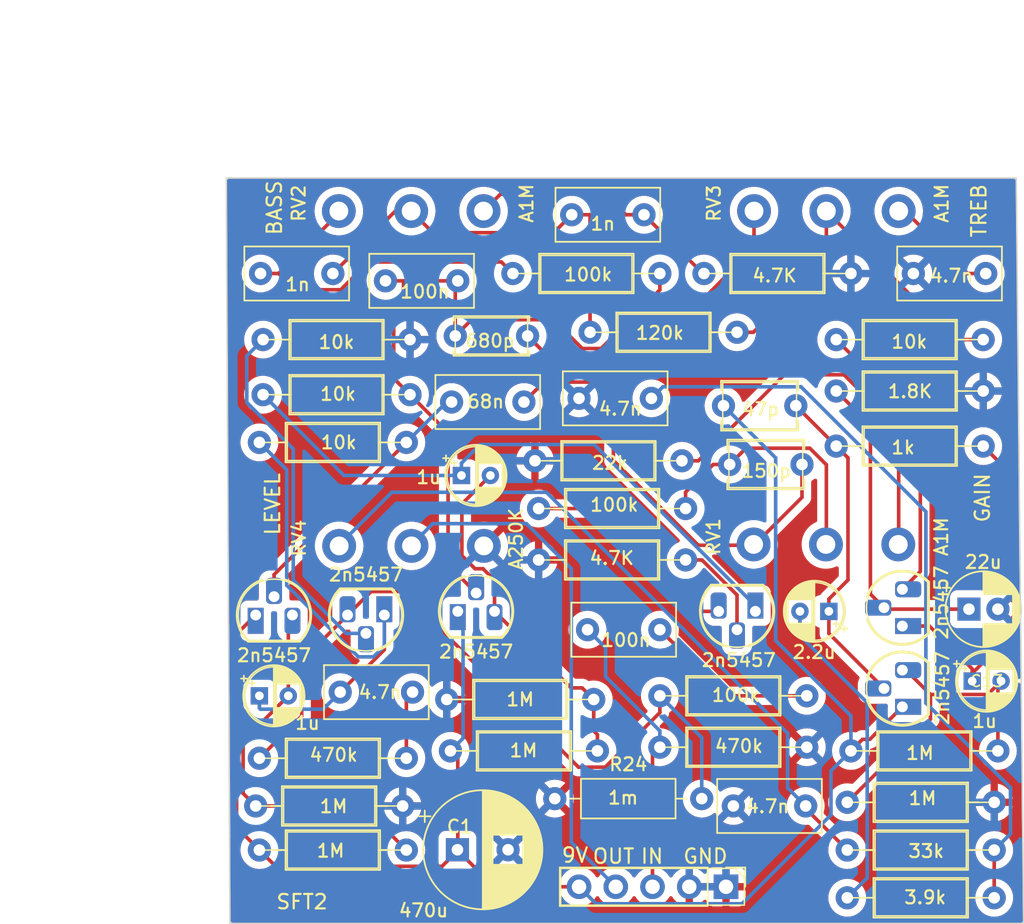
<source format=kicad_pcb>
(kicad_pcb (version 20221018) (generator pcbnew)
  (layers (0 "F.Cu" signal) (31 "B.Cu" signal) (34 "B.Paste" user) (35 "F.Paste" user) (36 "B.SilkS" user "B.Silkscreen") (37 "F.SilkS" user "F.Silkscreen") (38 "B.Mask" user) (39 "F.Mask" user) (44 "Edge.Cuts" user))
  (net 0 "")
  (net 1 "GND")
  (net 2 "+9V")
  (net 3 "IN")
  (net 4 "Net-(C2-Pad1)")
  (net 5 "Net-(Q2-D)")
  (net 6 "Net-(C4-Pad2)")
  (net 7 "Net-(C5-Pad1)")
  (net 8 "Net-(C6-Pad1)")
  (net 9 "Net-(Q1-G)")
  (net 10 "Net-(Q1-S)")
  (net 11 "Net-(C11-Pad2)")
  (net 12 "Net-(C9-Pad2)")
  (net 13 "Net-(C10-Pad1)")
  (net 14 "Net-(C10-Pad2)")
  (net 15 "Net-(C11-Pad1)")
  (net 16 "Net-(C12-Pad2)")
  (net 17 "Net-(Q4-D)")
  (net 18 "Net-(Q3-G)")
  (net 19 "Net-(Q3-S)")
  (net 20 "Net-(C15-Pad2)")
  (net 21 "Net-(Q6-D)")
  (net 22 "Net-(C17-Pad2)")
  (net 23 "Net-(C18-Pad2)")
  (net 24 "OUT")
  (net 25 "Net-(Q5-G)")
  (net 26 "Net-(Q5-S)")
  (net 27 "Net-(Q6-S)")
  (net 28 "Net-(Q2-S)")
  (net 29 "Net-(Q2-G)")
  (net 30 "Net-(R8-Pad1)")
  (net 31 "Net-(R16-Pad1)")
  (net 32 "Net-(Q4-S)")
  (net 33 "Net-(Q4-G)")
  (net 34 "Net-(Q6-G)")
  (footprint "Capacitor_THT:CP_Radial_D8.0mm_P3.50mm" (layer "F.Cu") (at 115.547349 96.5)
    (fp_text reference "C1")
    (fp_text value "470u")
  )
  (footprint "Capacitor_THT:C_Rect_L7.0mm_W3.5mm_P5.00mm" (layer "F.Cu") (at 129.54 81.28 180)
    (fp_text reference "C2" hide)
    (fp_text value "100n")
  )
  (footprint "Capacitor_THT:CP_Radial_D4.0mm_P2.00mm" (layer "F.Cu") (at 101.854 85.852)
    (fp_text reference "C3" hide)
    (fp_text value "1u")
  )
  (footprint "Capacitor_THT:C_Rect_L7.0mm_W3.5mm_P5.00mm" (layer "F.Cu") (at 107.442 85.598)
    (fp_text reference "C4" hide)
    (fp_text value "4.7n")
  )
  (footprint "Capacitor_THT:C_Rect_L7.0mm_W3.5mm_P5.00mm" (layer "F.Cu") (at 120.142 65.532 180)
    (fp_text reference "C5" hide)
    (fp_text value "68n")
  )
  (footprint "Capacitor_THT:C_Disc_D5.1mm_W3.2mm_P5.00mm" (layer "F.Cu") (at 134.366 69.85)
    (fp_text reference "C6" hide)
    (fp_text value "150p")
  )
  (footprint "Capacitor_THT:CP_Radial_D4.0mm_P2.00mm" (layer "F.Cu") (at 115.824 70.612)
    (fp_text reference "C7" hide)
    (fp_text value "1u")
  )
  (footprint "Capacitor_THT:C_Rect_L7.0mm_W3.5mm_P5.00mm" (layer "F.Cu") (at 115.57 57.15 180)
    (fp_text reference "C8" hide)
    (fp_text value "100n")
  )
  (footprint "Capacitor_THT:C_Rect_L7.0mm_W3.5mm_P5.00mm" (layer "F.Cu") (at 106.934 56.642 180)
    (fp_text reference "C9" hide)
    (fp_text value "1n")
  )
  (footprint "Capacitor_THT:C_Rect_L7.0mm_W3.5mm_P5.00mm" (layer "F.Cu") (at 123.444 52.578)
    (fp_text reference "C10" hide)
    (fp_text value "1n")
  )
  (footprint "Capacitor_THT:C_Rect_L7.0mm_W3.5mm_P5.00mm" (layer "F.Cu") (at 147.066 56.642)
    (fp_text reference "C12" hide)
    (fp_text value "4.7n")
  )
  (footprint "Capacitor_THT:CP_Radial_D4.0mm_P2.00mm" (layer "F.Cu") (at 151.13 84.836)
    (fp_text reference "C13" hide)
    (fp_text value "1u")
  )
  (footprint "Capacitor_THT:C_Disc_D5.1mm_W3.2mm_P5.00mm" (layer "F.Cu") (at 138.938 65.786 180)
    (fp_text reference "C14" hide)
    (fp_text value "47p")
  )
  (footprint "Capacitor_THT:CP_Radial_D5.0mm_P2.00mm" (layer "F.Cu") (at 150.908 79.8576)
    (fp_text reference "C16" hide)
    (fp_text value "22u")
  )
  (footprint "Capacitor_THT:C_Rect_L7.0mm_W3.5mm_P5.00mm" (layer "F.Cu") (at 123.952 65.278)
    (fp_text reference "C17" hide)
    (fp_text value "4.7n")
  )
  (footprint "Capacitor_THT:C_Rect_L7.0mm_W3.5mm_P5.00mm" (layer "F.Cu") (at 134.62 93.472)
    (fp_text reference "C18" hide)
    (fp_text value "4.7n")
  )
  (footprint "Connector_PinHeader_2.54mm:PinHeader_1x05_P2.54mm_Vertical" (layer "F.Cu") (at 134.112 99.06 -90)
    (fp_text reference "J1" hide)
    (fp_text value "Conn_01x05" hide)
  )
  (footprint "Package_TO_SOT_THT:TO-92_HandSolder" (layer "F.Cu") (at 101.6 80.264)
    (fp_text reference "Q1" hide)
    (fp_text value "2n5457")
  )
  (footprint "Package_TO_SOT_THT:TO-92_HandSolder" (layer "F.Cu") (at 110.49 80.264 180)
    (fp_text reference "Q2" hide)
    (fp_text value "2n5457")
  )
  (footprint "Package_TO_SOT_THT:TO-92_HandSolder" (layer "F.Cu") (at 115.57 80.01)
    (fp_text reference "Q3" hide)
    (fp_text value "2n5457")
  )
  (footprint "Package_TO_SOT_THT:TO-92_HandSolder" (layer "F.Cu") (at 136.144 80.01 180)
    (fp_text reference "Q4" hide)
    (fp_text value "2n5457")
  )
  (footprint "Package_TO_SOT_THT:TO-92_HandSolder" (layer "F.Cu") (at 146.304 86.614 90)
    (fp_text reference "Q5" hide)
    (fp_text value "2n5457")
  )
  (footprint "Resistor_THT:R_Axial_DIN0207_L6.3mm_D2.5mm_P10.16mm_Horizontal" (layer "F.Cu") (at 139.7 89.408 180)
    (fp_text reference "R1" hide)
    (fp_text value "470k")
  )
  (footprint "Resistor_THT:R_Axial_DIN0207_L6.3mm_D2.5mm_P10.16mm_Horizontal" (layer "F.Cu") (at 101.854 96.52)
    (fp_text reference "R2" hide)
    (fp_text value "1M")
  )
  (footprint "Resistor_THT:R_Axial_DIN0207_L6.3mm_D2.5mm_P10.16mm_Horizontal" (layer "F.Cu") (at 101.6 93.472)
    (fp_text reference "R3" hide)
    (fp_text value "1M")
  )
  (footprint "Resistor_THT:R_Axial_DIN0207_L6.3mm_D2.5mm_P10.16mm_Horizontal" (layer "F.Cu") (at 139.7 85.852 180)
    (fp_text reference "R4" hide)
    (fp_text value "100k")
  )
  (footprint "Resistor_THT:R_Axial_DIN0207_L6.3mm_D2.5mm_P10.16mm_Horizontal" (layer "F.Cu") (at 101.854 90.17)
    (fp_text reference "R5" hide)
    (fp_text value "470k")
  )
  (footprint "Resistor_THT:R_Axial_DIN0207_L6.3mm_D2.5mm_P10.16mm_Horizontal" (layer "F.Cu") (at 112.014 68.326 180)
    (fp_text reference "R6" hide)
    (fp_text value "10k")
  )
  (footprint "Resistor_THT:R_Axial_DIN0207_L6.3mm_D2.5mm_P10.16mm_Horizontal" (layer "F.Cu") (at 131.064 69.596 180)
    (fp_text reference "R8" hide)
    (fp_text value "22k")
  )
  (footprint "Resistor_THT:R_Axial_DIN0207_L6.3mm_D2.5mm_P10.16mm_Horizontal" (layer "F.Cu") (at 115.062 89.662)
    (fp_text reference "R9" hide)
    (fp_text value "1M")
  )
  (footprint "Resistor_THT:R_Axial_DIN0207_L6.3mm_D2.5mm_P10.16mm_Horizontal" (layer "F.Cu") (at 124.968 86.106 180)
    (fp_text reference "R10" hide)
    (fp_text value "1M")
  )
  (footprint "Resistor_THT:R_Axial_DIN0207_L6.3mm_D2.5mm_P10.16mm_Horizontal" (layer "F.Cu") (at 131.318 72.898 180)
    (fp_text reference "R11" hide)
    (fp_text value "100k")
  )
  (footprint "Resistor_THT:R_Axial_DIN0207_L6.3mm_D2.5mm_P10.16mm_Horizontal" (layer "F.Cu") (at 112.268 65.024 180)
    (fp_text reference "R12" hide)
    (fp_text value "10k")
  )
  (footprint "Resistor_THT:R_Axial_DIN0207_L6.3mm_D2.5mm_P10.16mm_Horizontal" (layer "F.Cu") (at 131.318 76.454 180)
    (fp_text reference "R13" hide)
    (fp_text value "4.7K")
  )
  (footprint "Resistor_THT:R_Axial_DIN0207_L6.3mm_D2.5mm_P10.16mm_Horizontal" (layer "F.Cu") (at 129.54 56.642 180)
    (fp_text reference "R14" hide)
    (fp_text value "100k")
  )
  (footprint "Resistor_THT:R_Axial_DIN0207_L6.3mm_D2.5mm_P10.16mm_Horizontal" (layer "F.Cu") (at 132.588 56.642)
    (fp_text reference "R15" hide)
    (fp_text value "4.7K")
  )
  (footprint "Resistor_THT:R_Axial_DIN0207_L6.3mm_D2.5mm_P10.16mm_Horizontal" (layer "F.Cu") (at 134.874 60.706 180)
    (fp_text reference "R16" hide)
    (fp_text value "120k")
  )
  (footprint "Resistor_THT:R_Axial_DIN0207_L6.3mm_D2.5mm_P10.16mm_Horizontal" (layer "F.Cu") (at 142.748 89.662)
    (fp_text reference "R17" hide)
    (fp_text value "1M")
  )
  (footprint "Resistor_THT:R_Axial_DIN0207_L6.3mm_D2.5mm_P10.16mm_Horizontal" (layer "F.Cu") (at 142.494 93.218)
    (fp_text reference "R18" hide)
    (fp_text value "1M")
  )
  (footprint "Resistor_THT:R_Axial_DIN0207_L6.3mm_D2.5mm_P10.16mm_Horizontal" (layer "F.Cu") (at 141.732 61.214)
    (fp_text reference "R19" hide)
    (fp_text value "10k")
  )
  (footprint "Resistor_THT:R_Axial_DIN0207_L6.3mm_D2.5mm_P10.16mm_Horizontal" (layer "F.Cu") (at 141.732 68.58)
    (fp_text reference "R20" hide)
    (fp_text value "1k")
  )
  (footprint "Resistor_THT:R_Axial_DIN0207_L6.3mm_D2.5mm_P10.16mm_Horizontal" (layer "F.Cu") (at 141.732 64.77)
    (fp_text reference "R21" hide)
    (fp_text value "1.8K")
  )
  (footprint "Resistor_THT:R_Axial_DIN0207_L6.3mm_D2.5mm_P10.16mm_Horizontal" (layer "F.Cu") (at 152.654 99.822 180)
    (fp_text reference "R22" hide)
    (fp_text value "3.9k")
  )
  (footprint "Resistor_THT:R_Axial_DIN0207_L6.3mm_D2.5mm_P10.16mm_Horizontal" (layer "F.Cu") (at 142.494 96.52)
    (fp_text reference "R23" hide)
    (fp_text value "33k")
  )
  (footprint "pedals:Pot_Underside" (layer "F.Cu") (at 146.0208 75.3812 90)
    (fp_text reference "RV1")
    (fp_text value "A1M")
  )
  (footprint "pedals:Pot_Underside" (layer "F.Cu") (at 117.348 52.324 90)
    (fp_text reference "RV2")
    (fp_text value "A1M")
  )
  (footprint "pedals:Pot_Underside" (layer "F.Cu") (at 146.05 52.324 90)
    (fp_text reference "RV3")
    (fp_text value "A1M")
  )
  (footprint "pedals:Pot_Underside" (layer "F.Cu") (at 117.3696 75.4828 90)
    (fp_text reference "RV4")
    (fp_text value "A250K")
  )
  (footprint "Package_TO_SOT_THT:TO-92_HandSolder" (layer "F.Cu") (at 146.304 81.026 90)
    (fp_text reference "Q6" hide)
    (fp_text value "2n5457")
  )
  (footprint "Capacitor_THT:CP_Radial_D4.0mm_P2.00mm" (layer "F.Cu") (at 141.224 80.01 180)
    (fp_text reference "C15" hide)
    (fp_text value "2.2u")
  )
  (footprint "Resistor_THT:R_Axial_DIN0207_L6.3mm_D2.5mm_P10.16mm_Horizontal" (layer "F.Cu") (at 102.108 61.214)
    (fp_text reference "R7" hide)
    (fp_text value "10k")
  )
  (footprint "Capacitor_THT:C_Disc_D5.0mm_W2.5mm_P5.00mm" (layer "F.Cu") (at 120.396 60.96 180)
    (fp_text reference "C11" hide)
    (fp_text value "680p")
  )
  (footprint "Resistor_THT:R_Axial_DIN0207_L6.3mm_D2.5mm_P10.16mm_Horizontal" (layer "F.Cu") (at 122.2756 92.964)
    (fp_text reference "R24")
    (fp_text value "1m")
  )
  (gr_line (start 99.822 50.038) (end 100.076 50.038) (stroke (width 0.1)) (layer "Edge.Cuts"))
  (gr_line (start 99.822 101.6) (end 100.076 101.6) (stroke (width 0.1)) (layer "Edge.Cuts"))
  (gr_line (start 99.568 50.038) (end 99.822 50.038) (stroke (width 0.1)) (layer "Edge.Cuts"))
  (gr_line (start 154.178 50.038) (end 154.686 101.6) (stroke (width 0.1)) (layer "Edge.Cuts"))
  (gr_line (start 99.822 101.6) (end 99.568 50.038) (stroke (width 0.1)) (layer "Edge.Cuts"))
  (gr_line (start 100.076 50.038) (end 154.178 50.038) (stroke (width 0.1)) (layer "Edge.Cuts"))
  (gr_line (start 154.686 101.6) (end 100.076 101.6) (stroke (width 0.1)) (layer "Edge.Cuts"))
  (gr_text "GAIN\n" (at 151.8412 72.1614 90) (layer "F.SilkS") (effects (font (size 1 1))))
  (gr_text "SFT2" (at 104.8004 100.1014) (layer "F.SilkS") (effects (font (size 1 1))))
  (gr_text "9V\n" (at 123.6726 96.8756) (layer "F.SilkS") (effects (font (size 1 1))))
  (gr_text "BASS" (at 102.8954 52.0954 90) (layer "F.SilkS") (effects (font (size 1 1))))
  (gr_text "OUT" (at 126.3396 96.9518) (layer "F.SilkS") (effects (font (size 1 1))))
  (gr_text "GND" (at 132.6896 96.9518) (layer "F.SilkS") (effects (font (size 1 1))))
  (gr_text "LEVEL\n" (at 102.7684 72.5932 90) (layer "F.SilkS") (effects (font (size 1 1))))
  (gr_text "IN" (at 129 96.95) (layer "F.SilkS") (effects (font (size 1 1))))
  (gr_text "TREB" (at 151.6 52.3 90) (layer "F.SilkS") (effects (font (size 1 1))))
  (segment (start 139.7 89.642) (end 139.7 89.408) (width 0.25) (layer "F.Cu") (net 1))
  (segment (start 100.278989 94.944989) (end 101.054001 95.720001) (width 0.25) (layer "F.Cu") (net 2))
  (segment (start 144.055999 88.862001) (end 146.304 86.614) (width 0.25) (layer "F.Cu") (net 2))
  (segment (start 115.933001 80.373001) (end 115.57 80.01) (width 0.25) (layer "F.Cu") (net 2))
  (segment (start 114.478999 97.645001) (end 115.57 96.554) (width 0.25) (layer "F.Cu") (net 2))
  (segment (start 100.278989 81.585011) (end 100.278989 94.944989) (width 0.25) (layer "F.Cu") (net 2))
  (segment (start 142.748 89.662) (end 143.547999 88.862001) (width 0.25) (layer "F.Cu") (net 2))
  (segment (start 101.6 80.264) (end 100.278989 81.585011) (width 0.25) (layer "F.Cu") (net 2))
  (segment (start 101.854 96.52) (end 102.979001 97.645001) (width 0.25) (layer "F.Cu") (net 2))
  (segment (start 102.979001 97.645001) (end 114.478999 97.645001) (width 0.25) (layer "F.Cu") (net 2))
  (segment (start 101.054001 95.720001) (end 101.854 96.52) (width 0.25) (layer "F.Cu") (net 2))
  (segment (start 115.57 96.554) (end 115.57 95.504) (width 0.25) (layer "F.Cu") (net 2))
  (segment (start 115.57 95.504) (end 115.57 90.17) (width 0.25) (layer "F.Cu") (net 2))
  (segment (start 143.547999 88.862001) (end 144.055999 88.862001) (width 0.25) (layer "F.Cu") (net 2))
  (segment (start 115.57 90.17) (end 115.062 89.662) (width 0.25) (layer "F.Cu") (net 2))
  (segment (start 118.076 99.06) (end 115.57 96.554) (width 0.25) (layer "F.Cu") (net 2))
  (segment (start 123.952 99.06) (end 118.076 99.06) (width 0.25) (layer "F.Cu") (net 2))
  (segment (start 137.545001 82.031999) (end 137.545001 69.393001) (width 0.25) (layer "B.Cu") (net 2))
  (segment (start 142.748 87.234998) (end 137.545001 82.031999) (width 0.25) (layer "B.Cu") (net 2))
  (segment (start 135.222001 100.235001) (end 141.368999 94.088003) (width 0.25) (layer "B.Cu") (net 2))
  (segment (start 125.127001 100.235001) (end 135.222001 100.235001) (width 0.25) (layer "B.Cu") (net 2))
  (segment (start 123.952 99.06) (end 125.127001 100.235001) (width 0.25) (layer "B.Cu") (net 2))
  (segment (start 134.737999 66.585999) (end 133.938 65.786) (width 0.25) (layer "B.Cu") (net 2))
  (segment (start 115.933001 80.373001) (end 115.57 80.01) (width 0.25) (layer "B.Cu") (net 2))
  (segment (start 115.062 89.662) (end 115.933001 88.790999) (width 0.25) (layer "B.Cu") (net 2))
  (segment (start 141.948001 90.461999) (end 142.748 89.662) (width 0.25) (layer "B.Cu") (net 2))
  (segment (start 141.368999 91.041001) (end 141.948001 90.461999) (width 0.25) (layer "B.Cu") (net 2))
  (segment (start 142.748 89.662) (end 142.748 87.234998) (width 0.25) (layer "B.Cu") (net 2))
  (segment (start 137.545001 69.393001) (end 134.737999 66.585999) (width 0.25) (layer "B.Cu") (net 2))
  (segment (start 141.368999 94.088003) (end 141.368999 91.041001) (width 0.25) (layer "B.Cu") (net 2))
  (segment (start 115.933001 88.790999) (end 115.933001 80.373001) (width 0.25) (layer "B.Cu") (net 2))
  (segment (start 129.032 89.916) (end 129.54 89.408) (width 0.25) (layer "F.Cu") (net 3))
  (segment (start 129.032 99.06) (end 129.032 89.916) (width 0.25) (layer "F.Cu") (net 3))
  (segment (start 125.79 82.53) (end 124.54 81.28) (width 0.25) (layer "B.Cu") (net 3))
  (segment (start 125.79 84.52663) (end 125.79 82.53) (width 0.25) (layer "B.Cu") (net 3))
  (segment (start 129.54 89.408) (end 129.54 88.27663) (width 0.25) (layer "B.Cu") (net 3))
  (segment (start 129.54 88.27663) (end 125.79 84.52663) (width 0.25) (layer "B.Cu") (net 3))
  (segment (start 134.112 85.852) (end 129.54 81.28) (width 0.25) (layer "F.Cu") (net 4))
  (segment (start 139.7 85.852) (end 134.112 85.852) (width 0.25) (layer "F.Cu") (net 4))
  (segment (start 108.57337 84.46663) (end 108.692 84.46663) (width 0.25) (layer "F.Cu") (net 5))
  (segment (start 110.49 82.66863) (end 110.49 80.264) (width 0.25) (layer "F.Cu") (net 5))
  (segment (start 108.692 84.46663) (end 110.49 82.66863) (width 0.25) (layer "F.Cu") (net 5))
  (segment (start 107.442 85.598) (end 108.57337 84.46663) (width 0.25) (layer "F.Cu") (net 5))
  (segment (start 109.743534 83.15901) (end 108.696466 83.15901) (width 0.25) (layer "B.Cu") (net 5))
  (segment (start 102.653999 69.125999) (end 101.854 68.326) (width 0.25) (layer "B.Cu") (net 5))
  (segment (start 103.74501 70.21701) (end 102.653999 69.125999) (width 0.25) (layer "B.Cu") (net 5))
  (segment (start 110.49 82.412544) (end 109.743534 83.15901) (width 0.25) (layer "B.Cu") (net 5))
  (segment (start 101.854 85.852) (end 101.854 86.702) (width 0.25) (layer "B.Cu") (net 5))
  (segment (start 101.929001 86.777001) (end 106.262999 86.777001) (width 0.25) (layer "B.Cu") (net 5))
  (segment (start 106.262999 86.777001) (end 106.642001 86.397999) (width 0.25) (layer "B.Cu") (net 5))
  (segment (start 108.696466 83.15901) (end 103.74501 78.207554) (width 0.25) (layer "B.Cu") (net 5))
  (segment (start 110.49 80.264) (end 110.49 82.412544) (width 0.25) (layer "B.Cu") (net 5))
  (segment (start 103.74501 78.207554) (end 103.74501 70.21701) (width 0.25) (layer "B.Cu") (net 5))
  (segment (start 101.854 86.702) (end 101.929001 86.777001) (width 0.25) (layer "B.Cu") (net 5))
  (segment (start 106.642001 86.397999) (end 107.442 85.598) (width 0.25) (layer "B.Cu") (net 5))
  (segment (start 112.014 86.026) (end 112.442 85.598) (width 0.25) (layer "F.Cu") (net 6))
  (segment (start 112.014 90.17) (end 112.014 86.026) (width 0.25) (layer "F.Cu") (net 6))
  (segment (start 136.05 75.438) (end 132.192998 75.438) (width 0.25) (layer "F.Cu") (net 7))
  (segment (start 136.05 75.438) (end 139.366 72.122) (width 0.25) (layer "F.Cu") (net 7))
  (segment (start 139.366 72.122) (end 139.366 69.85) (width 0.25) (layer "F.Cu") (net 7))
  (segment (start 120.941999 64.732001) (end 120.142 65.532) (width 0.25) (layer "F.Cu") (net 7))
  (segment (start 121.521001 64.152999) (end 120.941999 64.732001) (width 0.25) (layer "F.Cu") (net 7))
  (segment (start 126.327001 69.572003) (end 126.327001 64.737999) (width 0.25) (layer "F.Cu") (net 7))
  (segment (start 132.192998 75.438) (end 126.327001 69.572003) (width 0.25) (layer "F.Cu") (net 7))
  (segment (start 126.327001 64.737999) (end 125.742001 64.152999) (width 0.25) (layer "F.Cu") (net 7))
  (segment (start 125.742001 64.152999) (end 121.521001 64.152999) (width 0.25) (layer "F.Cu") (net 7))
  (segment (start 131.318 71.76663) (end 133.23463 69.85) (width 0.25) (layer "F.Cu") (net 8))
  (segment (start 131.318 72.898) (end 131.318 71.76663) (width 0.25) (layer "F.Cu") (net 8))
  (segment (start 141.05 69.868998) (end 139.906001 68.724999) (width 0.25) (layer "F.Cu") (net 8))
  (segment (start 141.05 75.438) (end 141.05 69.868998) (width 0.25) (layer "F.Cu") (net 8))
  (segment (start 135.491001 68.724999) (end 135.165999 69.050001) (width 0.25) (layer "F.Cu") (net 8))
  (segment (start 135.165999 69.050001) (end 134.366 69.85) (width 0.25) (layer "F.Cu") (net 8))
  (segment (start 139.906001 68.724999) (end 135.491001 68.724999) (width 0.25) (layer "F.Cu") (net 8))
  (segment (start 133.23463 69.85) (end 134.366 69.85) (width 0.25) (layer "F.Cu") (net 8))
  (segment (start 100.728999 88.977001) (end 103.254001 86.451999) (width 0.25) (layer "F.Cu") (net 9))
  (segment (start 108.966 93.472) (end 101.6 93.472) (width 0.25) (layer "F.Cu") (net 9))
  (segment (start 103.254001 86.451999) (end 103.854 85.852) (width 0.25) (layer "F.Cu") (net 9))
  (segment (start 100.728999 92.600999) (end 100.728999 88.977001) (width 0.25) (layer "F.Cu") (net 9))
  (segment (start 101.6 93.472) (end 100.728999 92.600999) (width 0.25) (layer "F.Cu") (net 9))
  (segment (start 103.854 80.55) (end 104.14 80.264) (width 0.25) (layer "F.Cu") (net 9))
  (segment (start 112.014 96.52) (end 108.966 93.472) (width 0.25) (layer "F.Cu") (net 9))
  (segment (start 103.854 85.852) (end 103.854 80.55) (width 0.25) (layer "F.Cu") (net 9))
  (segment (start 102.87 78.994) (end 102.87 77.47) (width 0.25) (layer "F.Cu") (net 10))
  (segment (start 114.808 65.532) (end 115.142 65.532) (width 0.25) (layer "F.Cu") (net 10))
  (segment (start 102.87 77.47) (end 112.014 68.326) (width 0.25) (layer "F.Cu") (net 10))
  (segment (start 114.808 65.532) (end 115.142 65.532) (width 0.25) (layer "B.Cu") (net 10))
  (segment (start 112.014 68.326) (end 114.808 65.532) (width 0.25) (layer "B.Cu") (net 10))
  (segment (start 115.396 60.96) (end 116.521001 59.834999) (width 0.25) (layer "F.Cu") (net 11))
  (segment (start 115.396 60.96) (end 115.396 57.324) (width 0.25) (layer "F.Cu") (net 11))
  (segment (start 116.521001 59.834999) (end 122.177997 59.834999) (width 0.25) (layer "F.Cu") (net 11))
  (segment (start 124.173999 61.831001) (end 125.482369 61.831001) (width 0.25) (layer "F.Cu") (net 11))
  (segment (start 122.177997 59.834999) (end 124.173999 61.831001) (width 0.25) (layer "F.Cu") (net 11))
  (segment (start 115.57 57.15) (end 114.32 57.15) (width 0.25) (layer "F.Cu") (net 11))
  (segment (start 125.482369 61.831001) (end 129.54 57.77337) (width 0.25) (layer "F.Cu") (net 11))
  (segment (start 129.54 57.77337) (end 129.54 56.642) (width 0.25) (layer "F.Cu") (net 11))
  (segment (start 115.396 57.324) (end 115.57 57.15) (width 0.25) (layer "F.Cu") (net 11))
  (segment (start 103.983999 57.441999) (end 103.184 56.642) (width 0.25) (layer "F.Cu") (net 12))
  (segment (start 103.184 56.642) (end 107.348 52.478) (width 0.25) (layer "F.Cu") (net 12))
  (segment (start 107.348 52.478) (end 107.348 52.324) (width 0.25) (layer "F.Cu") (net 12))
  (segment (start 118.580001 55.842001) (end 109.399001 55.842001) (width 0.25) (layer "F.Cu") (net 12))
  (segment (start 119.38 56.642) (end 118.580001 55.842001) (width 0.25) (layer "F.Cu") (net 12))
  (segment (start 104.309001 57.767001) (end 103.983999 57.441999) (width 0.25) (layer "F.Cu") (net 12))
  (segment (start 107.474001 57.767001) (end 104.309001 57.767001) (width 0.25) (layer "F.Cu") (net 12))
  (segment (start 101.934 56.642) (end 103.184 56.642) (width 0.25) (layer "F.Cu") (net 12))
  (segment (start 109.399001 55.842001) (end 107.474001 57.767001) (width 0.25) (layer "F.Cu") (net 12))
  (segment (start 113.843001 53.819001) (end 113.517999 53.493999) (width 0.25) (layer "F.Cu") (net 13))
  (segment (start 106.934 56.642) (end 111.252 52.324) (width 0.25) (layer "F.Cu") (net 13))
  (segment (start 124.714 60.706) (end 124.714 52.598) (width 0.25) (layer "F.Cu") (net 13))
  (segment (start 113.517999 53.493999) (end 112.348 52.324) (width 0.25) (layer "F.Cu") (net 13))
  (segment (start 111.252 52.324) (end 112.348 52.324) (width 0.25) (layer "F.Cu") (net 13))
  (segment (start 124.694 52.578) (end 123.444 52.578) (width 0.25) (layer "F.Cu") (net 13))
  (segment (start 124.714 52.598) (end 124.694 52.578) (width 0.25) (layer "F.Cu") (net 13))
  (segment (start 123.444 52.578) (end 122.202999 53.819001) (width 0.25) (layer "F.Cu") (net 13))
  (segment (start 122.202999 53.819001) (end 113.843001 53.819001) (width 0.25) (layer "F.Cu") (net 13))
  (segment (start 127.194 52.578) (end 128.444 52.578) (width 0.25) (layer "F.Cu") (net 14))
  (segment (start 127.194 52.578) (end 125.770001 51.154001) (width 0.25) (layer "F.Cu") (net 14))
  (segment (start 125.770001 51.154001) (end 118.517999 51.154001) (width 0.25) (layer "F.Cu") (net 14))
  (segment (start 118.517999 51.154001) (end 117.348 52.324) (width 0.25) (layer "F.Cu") (net 14))
  (segment (start 132.508 56.642) (end 132.588 56.642) (width 0.25) (layer "F.Cu") (net 14))
  (segment (start 128.444 52.578) (end 132.508 56.642) (width 0.25) (layer "F.Cu") (net 14))
  (segment (start 129.064001 61.831001) (end 129.54 61.468) (width 0.25) (layer "F.Cu") (net 15))
  (segment (start 128.726989 62.281011) (end 129.54 61.468) (width 0.25) (layer "F.Cu") (net 15))
  (segment (start 136.05 54.845002) (end 136.05 53.978629) (width 0.25) (layer "F.Cu") (net 15))
  (segment (start 121.717011 62.281011) (end 128.726989 62.281011) (width 0.25) (layer "F.Cu") (net 15))
  (segment (start 120.396 60.96) (end 121.267001 61.831001) (width 0.25) (layer "F.Cu") (net 15))
  (segment (start 129.54 61.468) (end 136.05 54.845002) (width 0.25) (layer "F.Cu") (net 15))
  (segment (start 136.05 53.978629) (end 136.05 52.324) (width 0.25) (layer "F.Cu") (net 15))
  (segment (start 120.396 60.96) (end 121.717011 62.281011) (width 0.25) (layer "F.Cu") (net 15))
  (segment (start 146.498 52.324) (end 146.05 52.324) (width 0.25) (layer "F.Cu") (net 16))
  (segment (start 150.816 56.642) (end 152.066 56.642) (width 0.25) (layer "F.Cu") (net 16))
  (segment (start 150.816 56.642) (end 146.498 52.324) (width 0.25) (layer "F.Cu") (net 16))
  (segment (start 117.115001 68.470999) (end 115.824 69.762) (width 0.25) (layer "B.Cu") (net 17))
  (segment (start 107.696 70.612) (end 115.824 70.612) (width 0.25) (layer "B.Cu") (net 17))
  (segment (start 102.108 65.024) (end 107.696 70.612) (width 0.25) (layer "B.Cu") (net 17))
  (segment (start 115.824 69.762) (end 115.824 70.612) (width 0.25) (layer "B.Cu") (net 17))
  (segment (start 125.000001 68.470999) (end 117.115001 68.470999) (width 0.25) (layer "B.Cu") (net 17))
  (segment (start 136.144 80.01) (end 136.144 79.614998) (width 0.25) (layer "B.Cu") (net 17))
  (segment (start 136.144 79.614998) (end 125.000001 68.470999) (width 0.25) (layer "B.Cu") (net 17))
  (segment (start 124.968 88.27663) (end 124.968 87.23737) (width 0.25) (layer "F.Cu") (net 18))
  (segment (start 115.852999 76.155601) (end 115.852999 72.583001) (width 0.25) (layer "F.Cu") (net 18))
  (segment (start 123.406001 85.306001) (end 118.11 80.01) (width 0.25) (layer "F.Cu") (net 18))
  (segment (start 124.968 86.106) (end 124.168001 85.306001) (width 0.25) (layer "F.Cu") (net 18))
  (segment (start 125.222 88.53063) (end 124.968 88.27663) (width 0.25) (layer "F.Cu") (net 18))
  (segment (start 118.11 77.861456) (end 117.312144 77.0636) (width 0.25) (layer "F.Cu") (net 18))
  (segment (start 118.11 80.01) (end 118.11 77.861456) (width 0.25) (layer "F.Cu") (net 18))
  (segment (start 125.222 89.662) (end 125.222 88.53063) (width 0.25) (layer "F.Cu") (net 18))
  (segment (start 116.760998 77.0636) (end 115.852999 76.155601) (width 0.25) (layer "F.Cu") (net 18))
  (segment (start 115.852999 72.583001) (end 117.824 70.612) (width 0.25) (layer "F.Cu") (net 18))
  (segment (start 117.312144 77.0636) (end 116.760998 77.0636) (width 0.25) (layer "F.Cu") (net 18))
  (segment (start 124.168001 85.306001) (end 123.406001 85.306001) (width 0.25) (layer "F.Cu") (net 18))
  (segment (start 124.968 87.23737) (end 124.968 86.106) (width 0.25) (layer "F.Cu") (net 18))
  (segment (start 111.82 58.28137) (end 111.142999 58.958371) (width 0.25) (layer "F.Cu") (net 19))
  (segment (start 111.82 57.15) (end 111.82 58.28137) (width 0.25) (layer "F.Cu") (net 19))
  (segment (start 114.898999 67.654999) (end 113.067999 65.823999) (width 0.25) (layer "F.Cu") (net 19))
  (segment (start 110.57 57.15) (end 111.82 57.15) (width 0.25) (layer "F.Cu") (net 19))
  (segment (start 111.142999 58.958371) (end 111.142999 63.898999) (width 0.25) (layer "F.Cu") (net 19))
  (segment (start 111.142999 63.898999) (end 111.468001 64.224001) (width 0.25) (layer "F.Cu") (net 19))
  (segment (start 111.468001 64.224001) (end 112.268 65.024) (width 0.25) (layer "F.Cu") (net 19))
  (segment (start 113.067999 65.823999) (end 112.268 65.024) (width 0.25) (layer "F.Cu") (net 19))
  (segment (start 114.898999 76.798999) (end 114.898999 67.654999) (width 0.25) (layer "F.Cu") (net 19))
  (segment (start 116.84 78.74) (end 114.898999 76.798999) (width 0.25) (layer "F.Cu") (net 19))
  (segment (start 143.873001 86.331545) (end 139.224 81.682544) (width 0.25) (layer "B.Cu") (net 20))
  (segment (start 143.873001 98.442999) (end 143.873001 86.331545) (width 0.25) (layer "B.Cu") (net 20))
  (segment (start 139.224 81.682544) (end 139.224 80.858528) (width 0.25) (layer "B.Cu") (net 20))
  (segment (start 142.494 99.822) (end 143.873001 98.442999) (width 0.25) (layer "B.Cu") (net 20))
  (segment (start 139.224 80.858528) (end 139.224 80.01) (width 0.25) (layer "B.Cu") (net 20))
  (segment (start 154.033 79.391609) (end 153.7 79.058609) (width 0.25) (layer "F.Cu") (net 21))
  (segment (start 153.8 81.63) (end 153.8 80.556591) (width 0.25) (layer "F.Cu") (net 21))
  (segment (start 151.13 84.836) (end 151.13 84.3) (width 0.25) (layer "F.Cu") (net 21))
  (segment (start 153.7 79.058609) (end 153.7 70.388) (width 0.25) (layer "F.Cu") (net 21))
  (segment (start 148.17 81.026) (end 146.304 81.026) (width 0.25) (layer "F.Cu") (net 21))
  (segment (start 151.13 84.3) (end 151.13 83.986) (width 0.25) (layer "F.Cu") (net 21))
  (segment (start 153.7 70.388) (end 151.892 68.58) (width 0.25) (layer "F.Cu") (net 21))
  (segment (start 153.8 80.556591) (end 154.033 80.323591) (width 0.25) (layer "F.Cu") (net 21))
  (segment (start 151.13 84.3) (end 153.8 81.63) (width 0.25) (layer "F.Cu") (net 21))
  (segment (start 154.033 80.323591) (end 154.033 79.391609) (width 0.25) (layer "F.Cu") (net 21))
  (segment (start 151.13 83.986) (end 148.17 81.026) (width 0.25) (layer "F.Cu") (net 21))
  (segment (start 152.654 99.822) (end 152.654 98.69063) (width 0.25) (layer "F.Cu") (net 22))
  (segment (start 152.654 98.69063) (end 152.654 96.52) (width 0.25) (layer "F.Cu") (net 22))
  (segment (start 153.779001 95.394999) (end 153.779001 92.198003) (width 0.25) (layer "B.Cu") (net 22))
  (segment (start 147.929001 73.111999) (end 139.295003 64.478001) (width 0.25) (layer "B.Cu") (net 22))
  (segment (start 139.295003 64.478001) (end 129.751999 64.478001) (width 0.25) (layer "B.Cu") (net 22))
  (segment (start 129.751999 64.478001) (end 128.952 65.278) (width 0.25) (layer "B.Cu") (net 22))
  (segment (start 152.654 96.52) (end 153.779001 95.394999) (width 0.25) (layer "B.Cu") (net 22))
  (segment (start 147.929001 86.348003) (end 147.929001 73.111999) (width 0.25) (layer "B.Cu") (net 22))
  (segment (start 153.779001 92.198003) (end 147.929001 86.348003) (width 0.25) (layer "B.Cu") (net 22))
  (segment (start 142.494 96.52) (end 139.62 93.646) (width 0.25) (layer "F.Cu") (net 23))
  (segment (start 139.62 93.646) (end 139.62 93.472) (width 0.25) (layer "F.Cu") (net 23))
  (segment (start 138.37 88.444998) (end 121.698001 71.772999) (width 0.25) (layer "B.Cu") (net 23))
  (segment (start 121.698001 71.772999) (end 111.013001 71.772999) (width 0.25) (layer "B.Cu") (net 23))
  (segment (start 111.013001 71.772999) (end 107.348 75.438) (width 0.25) (layer "B.Cu") (net 23))
  (segment (start 139.62 93.472) (end 138.37 92.222) (width 0.25) (layer "B.Cu") (net 23))
  (segment (start 138.37 92.222) (end 138.37 88.444998) (width 0.25) (layer "B.Cu") (net 23))
  (segment (start 123.414999 77.045997) (end 123.414999 95.982999) (width 0.25) (layer "B.Cu") (net 24))
  (segment (start 113.843001 73.942999) (end 120.312001 73.942999) (width 0.25) (layer "B.Cu") (net 24))
  (segment (start 120.312001 73.942999) (end 123.414999 77.045997) (width 0.25) (layer "B.Cu") (net 24))
  (segment (start 123.414999 95.982999) (end 125.642001 98.210001) (width 0.25) (layer "B.Cu") (net 24))
  (segment (start 112.348 75.438) (end 113.843001 73.942999) (width 0.25) (layer "B.Cu") (net 24))
  (segment (start 125.642001 98.210001) (end 126.492 99.06) (width 0.25) (layer "B.Cu") (net 24))
  (segment (start 152.908 89.662) (end 152.908 84.836) (width 0.25) (layer "F.Cu") (net 25))
  (segment (start 148.245001 87.466999) (end 148.245001 85.761001) (width 0.25) (layer "F.Cu") (net 25))
  (segment (start 152.530001 85.435999) (end 153.13 84.836) (width 0.25) (layer "F.Cu") (net 25))
  (segment (start 146.304 84.074) (end 146.558 84.074) (width 0.25) (layer "F.Cu") (net 25))
  (segment (start 152.908 84.836) (end 153.13 84.836) (width 0.25) (layer "F.Cu") (net 25))
  (segment (start 146.558 84.074) (end 148.245001 85.761001) (width 0.25) (layer "F.Cu") (net 25))
  (segment (start 152.204999 85.761001) (end 152.530001 85.435999) (width 0.25) (layer "F.Cu") (net 25))
  (segment (start 148.245001 85.761001) (end 152.204999 85.761001) (width 0.25) (layer "F.Cu") (net 25))
  (segment (start 142.494 93.218) (end 148.245001 87.466999) (width 0.25) (layer "F.Cu") (net 25))
  (segment (start 142.545001 69.393001) (end 142.531999 69.379999) (width 0.25) (layer "F.Cu") (net 26))
  (segment (start 142.545001 77.838999) (end 142.545001 69.393001) (width 0.25) (layer "F.Cu") (net 26))
  (segment (start 145.034 85.344) (end 141.224 81.534) (width 0.25) (layer "F.Cu") (net 26))
  (segment (start 141.732 68.58) (end 140.932001 67.780001) (width 0.25) (layer "F.Cu") (net 26))
  (segment (start 141.224 81.534) (end 141.224 80.01) (width 0.25) (layer "F.Cu") (net 26))
  (segment (start 141.224 79.16) (end 142.545001 77.838999) (width 0.25) (layer "F.Cu") (net 26))
  (segment (start 140.932001 67.780001) (end 138.938 65.786) (width 0.25) (layer "F.Cu") (net 26))
  (segment (start 141.224 80.01) (end 141.224 79.16) (width 0.25) (layer "F.Cu") (net 26))
  (segment (start 142.531999 69.379999) (end 141.732 68.58) (width 0.25) (layer "F.Cu") (net 26))
  (segment (start 145.034 79.756) (end 144.0942 78.8162) (width 0.25) (layer "F.Cu") (net 27))
  (segment (start 144.0942 67.1322) (end 141.732 64.77) (width 0.25) (layer "F.Cu") (net 27))
  (segment (start 144.0942 78.8162) (end 144.0942 67.1322) (width 0.25) (layer "F.Cu") (net 27))
  (segment (start 145.034 79.756) (end 145.1356 79.8576) (width 0.25) (layer "F.Cu") (net 27))
  (segment (start 145.1356 79.8576) (end 150.908 79.8576) (width 0.25) (layer "F.Cu") (net 27))
  (segment (start 104.19502 77.857564) (end 104.19502 68.776022) (width 0.25) (layer "B.Cu") (net 28))
  (segment (start 107.871456 81.534) (end 104.19502 77.857564) (width 0.25) (layer "B.Cu") (net 28))
  (segment (start 101.308001 62.013999) (end 102.108 61.214) (width 0.25) (layer "B.Cu") (net 28))
  (segment (start 100.982999 62.339001) (end 101.308001 62.013999) (width 0.25) (layer "B.Cu") (net 28))
  (segment (start 100.982999 65.564001) (end 100.982999 62.339001) (width 0.25) (layer "B.Cu") (net 28))
  (segment (start 109.22 81.534) (end 107.871456 81.534) (width 0.25) (layer "B.Cu") (net 28))
  (segment (start 104.19502 68.776022) (end 100.982999 65.564001) (width 0.25) (layer "B.Cu") (net 28))
  (segment (start 129.54 86.98337) (end 129.54 85.852) (width 0.25) (layer "F.Cu") (net 29))
  (segment (start 129.54 87.009002) (end 129.54 86.98337) (width 0.25) (layer "F.Cu") (net 29))
  (segment (start 111.763997 78.638999) (end 123.911999 90.787001) (width 0.25) (layer "F.Cu") (net 29))
  (segment (start 104.779001 83.434999) (end 107.95 80.264) (width 0.25) (layer "F.Cu") (net 29))
  (segment (start 123.911999 90.787001) (end 125.762001 90.787001) (width 0.25) (layer "F.Cu") (net 29))
  (segment (start 104.779001 87.244999) (end 104.779001 83.434999) (width 0.25) (layer "F.Cu") (net 29))
  (segment (start 107.95 80.264) (end 109.575001 78.638999) (width 0.25) (layer "F.Cu") (net 29))
  (segment (start 101.854 90.17) (end 104.779001 87.244999) (width 0.25) (layer "F.Cu") (net 29))
  (segment (start 109.575001 78.638999) (end 111.763997 78.638999) (width 0.25) (layer "F.Cu") (net 29))
  (segment (start 125.762001 90.787001) (end 129.54 87.009002) (width 0.25) (layer "F.Cu") (net 29))
  (segment (start 132.4356 92.6592) (end 132.4356 88.7476) (width 0.25) (layer "B.Cu") (net 29))
  (segment (start 132.4356 88.7476) (end 129.54 85.852) (width 0.25) (layer "B.Cu") (net 29))
  (segment (start 138.146371 63.644999) (end 132.19537 69.596) (width 0.25) (layer "F.Cu") (net 30))
  (segment (start 146.05 75.438) (end 146.05 67.422998) (width 0.25) (layer "F.Cu") (net 30))
  (segment (start 132.19537 69.596) (end 131.064 69.596) (width 0.25) (layer "F.Cu") (net 30))
  (segment (start 146.05 67.422998) (end 142.272001 63.644999) (width 0.25) (layer "F.Cu") (net 30))
  (segment (start 142.272001 63.644999) (end 138.146371 63.644999) (width 0.25) (layer "F.Cu") (net 30))
  (segment (start 134.874 60.706) (end 136.00537 60.706) (width 0.25) (layer "F.Cu") (net 31))
  (segment (start 141.05 55.66137) (end 141.05 53.978629) (width 0.25) (layer "F.Cu") (net 31))
  (segment (start 136.00537 60.706) (end 141.05 55.66137) (width 0.25) (layer "F.Cu") (net 31))
  (segment (start 151.892 61.214) (end 149.94 61.214) (width 0.25) (layer "F.Cu") (net 31))
  (segment (start 141.05 53.978629) (end 141.05 52.324) (width 0.25) (layer "F.Cu") (net 31))
  (segment (start 149.94 61.214) (end 141.05 52.324) (width 0.25) (layer "F.Cu") (net 31))
  (segment (start 132.44937 76.454) (end 131.318 76.454) (width 0.25) (layer "F.Cu") (net 32))
  (segment (start 134.874 78.87863) (end 132.44937 76.454) (width 0.25) (layer "F.Cu") (net 32))
  (segment (start 134.874 81.28) (end 134.874 78.87863) (width 0.25) (layer "F.Cu") (net 32))
  (segment (start 131.826 80.01) (end 133.604 80.01) (width 0.25) (layer "F.Cu") (net 33))
  (segment (start 124.714 72.898) (end 131.826 80.01) (width 0.25) (layer "F.Cu") (net 33))
  (segment (start 121.158 72.898) (end 124.714 72.898) (width 0.25) (layer "F.Cu") (net 33))
  (segment (start 147.545001 67.027001) (end 142.531999 62.013999) (width 0.25) (layer "F.Cu") (net 34))
  (segment (start 142.531999 62.013999) (end 141.732 61.214) (width 0.25) (layer "F.Cu") (net 34))
  (segment (start 146.304 78.486) (end 147.545001 77.244999) (width 0.25) (layer "F.Cu") (net 34))
  (segment (start 147.545001 77.244999) (end 147.545001 67.027001) (width 0.25) (layer "F.Cu") (net 34))
  (zone (net 1) (net_name "GND") (layer "F.Cu") (connect_pads (clearance 0.508)) (min_thickness 0.254) (fill yes (thermal_gap 0.508) (thermal_bridge_width 0.508))
    (polygon (pts (xy 154.686 101.6) (xy 99.822 101.6) (xy 99.568 50.038) (xy 154.178 50.038)))
  )
  (zone (net 1) (net_name "GND") (layer "B.Cu") (connect_pads (clearance 0.508)) (min_thickness 0.254) (fill yes (thermal_gap 0.508) (thermal_bridge_width 0.508))
    (polygon (pts (xy 154.686 101.6) (xy 99.822 101.6) (xy 99.568 50.038) (xy 154.178 50.038)))
  )
)
</source>
